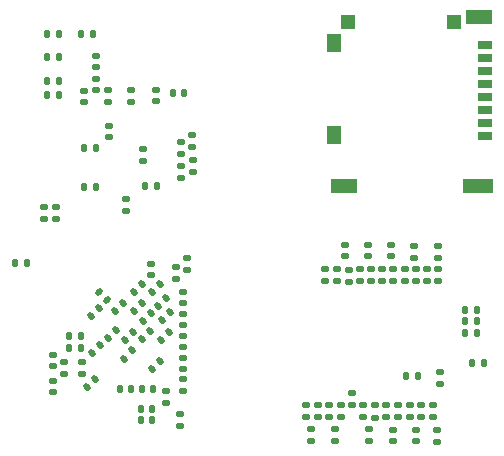
<source format=gbr>
%TF.GenerationSoftware,KiCad,Pcbnew,9.0.2*%
%TF.CreationDate,2025-06-19T13:39:27-06:00*%
%TF.ProjectId,MPU_MOD,4d50555f-4d4f-4442-9e6b-696361645f70,rev?*%
%TF.SameCoordinates,Original*%
%TF.FileFunction,Paste,Bot*%
%TF.FilePolarity,Positive*%
%FSLAX46Y46*%
G04 Gerber Fmt 4.6, Leading zero omitted, Abs format (unit mm)*
G04 Created by KiCad (PCBNEW 9.0.2) date 2025-06-19 13:39:27*
%MOMM*%
%LPD*%
G01*
G04 APERTURE LIST*
G04 Aperture macros list*
%AMRoundRect*
0 Rectangle with rounded corners*
0 $1 Rounding radius*
0 $2 $3 $4 $5 $6 $7 $8 $9 X,Y pos of 4 corners*
0 Add a 4 corners polygon primitive as box body*
4,1,4,$2,$3,$4,$5,$6,$7,$8,$9,$2,$3,0*
0 Add four circle primitives for the rounded corners*
1,1,$1+$1,$2,$3*
1,1,$1+$1,$4,$5*
1,1,$1+$1,$6,$7*
1,1,$1+$1,$8,$9*
0 Add four rect primitives between the rounded corners*
20,1,$1+$1,$2,$3,$4,$5,0*
20,1,$1+$1,$4,$5,$6,$7,0*
20,1,$1+$1,$6,$7,$8,$9,0*
20,1,$1+$1,$8,$9,$2,$3,0*%
G04 Aperture macros list end*
%ADD10RoundRect,0.135000X-0.185000X0.135000X-0.185000X-0.135000X0.185000X-0.135000X0.185000X0.135000X0*%
%ADD11RoundRect,0.135000X0.185000X-0.135000X0.185000X0.135000X-0.185000X0.135000X-0.185000X-0.135000X0*%
%ADD12RoundRect,0.140000X0.170000X-0.140000X0.170000X0.140000X-0.170000X0.140000X-0.170000X-0.140000X0*%
%ADD13RoundRect,0.135000X-0.135000X-0.185000X0.135000X-0.185000X0.135000X0.185000X-0.135000X0.185000X0*%
%ADD14RoundRect,0.135000X0.135000X0.185000X-0.135000X0.185000X-0.135000X-0.185000X0.135000X-0.185000X0*%
%ADD15RoundRect,0.140000X-0.170000X0.140000X-0.170000X-0.140000X0.170000X-0.140000X0.170000X0.140000X0*%
%ADD16RoundRect,0.140000X-0.021213X0.219203X-0.219203X0.021213X0.021213X-0.219203X0.219203X-0.021213X0*%
%ADD17RoundRect,0.140000X0.140000X0.170000X-0.140000X0.170000X-0.140000X-0.170000X0.140000X-0.170000X0*%
%ADD18RoundRect,0.140000X-0.140000X-0.170000X0.140000X-0.170000X0.140000X0.170000X-0.140000X0.170000X0*%
%ADD19RoundRect,0.140000X0.021213X-0.219203X0.219203X-0.021213X-0.021213X0.219203X-0.219203X0.021213X0*%
%ADD20R,2.200000X1.150000*%
%ADD21R,1.200000X1.150000*%
%ADD22R,1.150000X1.500000*%
%ADD23R,2.500000X1.150000*%
%ADD24R,1.240000X0.800000*%
%ADD25R,1.250000X1.150000*%
%ADD26RoundRect,0.140000X0.219203X0.021213X0.021213X0.219203X-0.219203X-0.021213X-0.021213X-0.219203X0*%
G04 APERTURE END LIST*
D10*
%TO.C,R407*%
X104098415Y-74367400D03*
X104098415Y-75387400D03*
%TD*%
D11*
%TO.C,R406*%
X103700000Y-63900000D03*
X103700000Y-62880002D03*
%TD*%
D12*
%TO.C,C413*%
X107443415Y-61877400D03*
X107443415Y-60917400D03*
%TD*%
D13*
%TO.C,R509*%
X74403415Y-48147400D03*
X75423415Y-48147400D03*
%TD*%
D11*
%TO.C,R504*%
X85723415Y-53087400D03*
X85723415Y-52067400D03*
%TD*%
D14*
%TO.C,R508*%
X75393415Y-46897400D03*
X74373415Y-46897400D03*
%TD*%
D10*
%TO.C,R502*%
X85703415Y-54117400D03*
X85703415Y-55137400D03*
%TD*%
%TO.C,R505*%
X86703415Y-53637400D03*
X86703415Y-54657400D03*
%TD*%
D15*
%TO.C,C411*%
X103513415Y-60817400D03*
X103513415Y-61777400D03*
%TD*%
D16*
%TO.C,C319*%
X84778822Y-66521178D03*
X84100000Y-67200000D03*
%TD*%
%TO.C,C317*%
X80228822Y-67971178D03*
X79550000Y-68650000D03*
%TD*%
D15*
%TO.C,C412*%
X101623415Y-76417400D03*
X101623415Y-77377400D03*
%TD*%
%TO.C,C327*%
X77300000Y-70740000D03*
X77300000Y-71700000D03*
%TD*%
D17*
%TO.C,C416*%
X111333415Y-70777400D03*
X110373415Y-70777400D03*
%TD*%
D15*
%TO.C,C323*%
X85900000Y-64790000D03*
X85900000Y-65750000D03*
%TD*%
D10*
%TO.C,R414*%
X96298415Y-74367400D03*
X96298415Y-75387400D03*
%TD*%
D14*
%TO.C,R511*%
X78303415Y-42917400D03*
X77283415Y-42917400D03*
%TD*%
D11*
%TO.C,R424*%
X106550000Y-63900000D03*
X106550000Y-62880002D03*
%TD*%
%TO.C,R408*%
X101800000Y-63900000D03*
X101800000Y-62880002D03*
%TD*%
D15*
%TO.C,C339*%
X74850000Y-72340000D03*
X74850000Y-73300000D03*
%TD*%
D10*
%TO.C,R430*%
X107073415Y-74357400D03*
X107073415Y-75377400D03*
%TD*%
D14*
%TO.C,R403*%
X105783415Y-71927400D03*
X104763415Y-71927400D03*
%TD*%
D15*
%TO.C,C417*%
X96753415Y-76417400D03*
X96753415Y-77377400D03*
%TD*%
%TO.C,C334*%
X86250000Y-61940000D03*
X86250000Y-62900000D03*
%TD*%
D16*
%TO.C,C305*%
X83152944Y-66571178D03*
X82474122Y-67250000D03*
%TD*%
D12*
%TO.C,C502*%
X78503415Y-47677400D03*
X78503415Y-46717400D03*
%TD*%
D10*
%TO.C,R422*%
X102123415Y-74402400D03*
X102123415Y-75422400D03*
%TD*%
%TO.C,R501*%
X81033415Y-56927400D03*
X81033415Y-57947400D03*
%TD*%
D15*
%TO.C,C418*%
X98723415Y-76417400D03*
X98723415Y-77377400D03*
%TD*%
D10*
%TO.C,R418*%
X106073415Y-74357400D03*
X106073415Y-75377400D03*
%TD*%
D12*
%TO.C,C511*%
X77473415Y-48707400D03*
X77473415Y-47747400D03*
%TD*%
D17*
%TO.C,C510*%
X86013415Y-47917400D03*
X85053415Y-47917400D03*
%TD*%
D12*
%TO.C,C316*%
X84450000Y-74160000D03*
X84450000Y-73200000D03*
%TD*%
%TO.C,C335*%
X85650000Y-76100000D03*
X85650000Y-75140000D03*
%TD*%
D10*
%TO.C,R416*%
X105098415Y-74367400D03*
X105098415Y-75387400D03*
%TD*%
D12*
%TO.C,C506*%
X79583415Y-51687400D03*
X79583415Y-50727400D03*
%TD*%
D16*
%TO.C,C309*%
X78778822Y-66121178D03*
X78100000Y-66800000D03*
%TD*%
D18*
%TO.C,C336*%
X82300000Y-75650000D03*
X83260000Y-75650000D03*
%TD*%
D19*
%TO.C,C301*%
X78221178Y-69978822D03*
X78900000Y-69300000D03*
%TD*%
D10*
%TO.C,R410*%
X98273415Y-74367400D03*
X98273415Y-75387400D03*
%TD*%
D20*
%TO.C,J501*%
X110980000Y-41510000D03*
D21*
X99830000Y-41910000D03*
D22*
X98705000Y-43715000D03*
X98705000Y-51495000D03*
D20*
X99500000Y-55800000D03*
D23*
X110830000Y-55800000D03*
D24*
X111460000Y-51555000D03*
X111460000Y-50455000D03*
X111460000Y-49355000D03*
X111460000Y-48255000D03*
X111460000Y-47155000D03*
X111460000Y-46055000D03*
X111460000Y-44955000D03*
X111460000Y-43855000D03*
D25*
X108830000Y-41910000D03*
%TD*%
D11*
%TO.C,R503*%
X86673415Y-52517400D03*
X86673415Y-51497400D03*
%TD*%
D16*
%TO.C,C315*%
X83128822Y-68071178D03*
X82450000Y-68750000D03*
%TD*%
D17*
%TO.C,C329*%
X72650000Y-62350000D03*
X71690000Y-62350000D03*
%TD*%
D10*
%TO.C,R426*%
X101148415Y-74392400D03*
X101148415Y-75412400D03*
%TD*%
D12*
%TO.C,C414*%
X105473415Y-61877400D03*
X105473415Y-60917400D03*
%TD*%
D11*
%TO.C,R423*%
X105600000Y-63900000D03*
X105600000Y-62880002D03*
%TD*%
D15*
%TO.C,C324*%
X85900000Y-72200000D03*
X85900000Y-73160000D03*
%TD*%
%TO.C,C410*%
X101543415Y-60817400D03*
X101543415Y-61777400D03*
%TD*%
D11*
%TO.C,R419*%
X98950000Y-63900000D03*
X98950000Y-62880002D03*
%TD*%
D10*
%TO.C,R404*%
X100198415Y-73367400D03*
X100198415Y-74387400D03*
%TD*%
D18*
%TO.C,C338*%
X82340000Y-74700000D03*
X83300000Y-74700000D03*
%TD*%
%TO.C,C514*%
X77523415Y-55877400D03*
X78483415Y-55877400D03*
%TD*%
D12*
%TO.C,C503*%
X79523415Y-48667400D03*
X79523415Y-47707400D03*
%TD*%
D17*
%TO.C,C330*%
X77210000Y-68550000D03*
X76250000Y-68550000D03*
%TD*%
D12*
%TO.C,C512*%
X83563415Y-48617400D03*
X83563415Y-47657400D03*
%TD*%
D15*
%TO.C,C322*%
X85900000Y-66640000D03*
X85900000Y-67600000D03*
%TD*%
D10*
%TO.C,R510*%
X74153415Y-57577400D03*
X74153415Y-58597400D03*
%TD*%
D14*
%TO.C,R507*%
X75393415Y-44907400D03*
X74373415Y-44907400D03*
%TD*%
D18*
%TO.C,C328*%
X76250000Y-69500000D03*
X77210000Y-69500000D03*
%TD*%
D11*
%TO.C,R409*%
X102750000Y-63900000D03*
X102750000Y-62880002D03*
%TD*%
D15*
%TO.C,C427*%
X107673415Y-71597400D03*
X107673415Y-72557400D03*
%TD*%
D19*
%TO.C,C331*%
X83750000Y-65950000D03*
X84428822Y-65271178D03*
%TD*%
D15*
%TO.C,C505*%
X81443415Y-47727400D03*
X81443415Y-48687400D03*
%TD*%
D16*
%TO.C,C314*%
X83978822Y-64121178D03*
X83300000Y-64800000D03*
%TD*%
D10*
%TO.C,R412*%
X97288415Y-74377400D03*
X97288415Y-75397400D03*
%TD*%
D11*
%TO.C,R415*%
X99900000Y-63919998D03*
X99900000Y-62900000D03*
%TD*%
D17*
%TO.C,C303*%
X81510000Y-72966291D03*
X80550000Y-72966291D03*
%TD*%
D16*
%TO.C,C308*%
X84728822Y-68171178D03*
X84050000Y-68850000D03*
%TD*%
D15*
%TO.C,C507*%
X82533415Y-52717400D03*
X82533415Y-53677400D03*
%TD*%
%TO.C,C408*%
X105603415Y-76487400D03*
X105603415Y-77447400D03*
%TD*%
D12*
%TO.C,C509*%
X78523415Y-45767400D03*
X78523415Y-44807400D03*
%TD*%
D15*
%TO.C,C409*%
X99573415Y-60817400D03*
X99573415Y-61777400D03*
%TD*%
%TO.C,C415*%
X107423415Y-76517400D03*
X107423415Y-77477400D03*
%TD*%
D12*
%TO.C,C333*%
X74850000Y-71050000D03*
X74850000Y-70090000D03*
%TD*%
D11*
%TO.C,R421*%
X104650000Y-63900000D03*
X104650000Y-62880002D03*
%TD*%
D13*
%TO.C,R428*%
X109750000Y-68225000D03*
X110769998Y-68225000D03*
%TD*%
D16*
%TO.C,C312*%
X82428822Y-64121178D03*
X81750000Y-64800000D03*
%TD*%
D11*
%TO.C,R411*%
X100850000Y-63900000D03*
X100850000Y-62880002D03*
%TD*%
%TO.C,R425*%
X107500000Y-63900000D03*
X107500000Y-62880002D03*
%TD*%
D15*
%TO.C,C325*%
X85300000Y-62700000D03*
X85300000Y-63660000D03*
%TD*%
%TO.C,C326*%
X75850000Y-70740000D03*
X75850000Y-71700000D03*
%TD*%
D11*
%TO.C,R512*%
X75123415Y-58617400D03*
X75123415Y-57597400D03*
%TD*%
D19*
%TO.C,C313*%
X80950000Y-68850000D03*
X81628822Y-68171178D03*
%TD*%
D16*
%TO.C,C311*%
X80825121Y-65730042D03*
X80146299Y-66408864D03*
%TD*%
D15*
%TO.C,C320*%
X85900000Y-70340000D03*
X85900000Y-71300000D03*
%TD*%
D19*
%TO.C,C304*%
X77726057Y-72829106D03*
X78404879Y-72150284D03*
%TD*%
D10*
%TO.C,R417*%
X103098415Y-74377400D03*
X103098415Y-75397400D03*
%TD*%
D17*
%TO.C,C513*%
X83643415Y-55817400D03*
X82683415Y-55817400D03*
%TD*%
%TO.C,C302*%
X83350000Y-72966291D03*
X82390000Y-72966291D03*
%TD*%
D13*
%TO.C,R427*%
X109750000Y-67250000D03*
X110769998Y-67250000D03*
%TD*%
D15*
%TO.C,C407*%
X103633415Y-76487400D03*
X103633415Y-77447400D03*
%TD*%
%TO.C,C337*%
X83200000Y-62390000D03*
X83200000Y-63350000D03*
%TD*%
D16*
%TO.C,C307*%
X83940380Y-70650000D03*
X83261558Y-71328822D03*
%TD*%
D15*
%TO.C,C321*%
X85900000Y-68490000D03*
X85900000Y-69450000D03*
%TD*%
D13*
%TO.C,R429*%
X109750000Y-66275000D03*
X110769998Y-66275000D03*
%TD*%
D14*
%TO.C,R506*%
X75393415Y-42917400D03*
X74373415Y-42917400D03*
%TD*%
D26*
%TO.C,C306*%
X79450000Y-65500000D03*
X78771178Y-64821178D03*
%TD*%
D17*
%TO.C,C504*%
X78483415Y-52617400D03*
X77523415Y-52617400D03*
%TD*%
D10*
%TO.C,R420*%
X99223415Y-74367400D03*
X99223415Y-75387400D03*
%TD*%
D19*
%TO.C,C318*%
X80921708Y-70424759D03*
X81600530Y-69745937D03*
%TD*%
D16*
%TO.C,C310*%
X82428822Y-65721178D03*
X81750000Y-66400000D03*
%TD*%
D11*
%TO.C,R413*%
X97950000Y-63900000D03*
X97950000Y-62880002D03*
%TD*%
M02*

</source>
